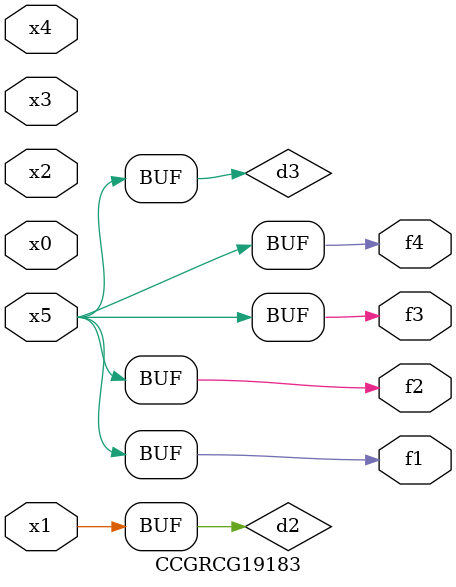
<source format=v>
module CCGRCG19183(
	input x0, x1, x2, x3, x4, x5,
	output f1, f2, f3, f4
);

	wire d1, d2, d3;

	not (d1, x5);
	or (d2, x1);
	xnor (d3, d1);
	assign f1 = d3;
	assign f2 = d3;
	assign f3 = d3;
	assign f4 = d3;
endmodule

</source>
